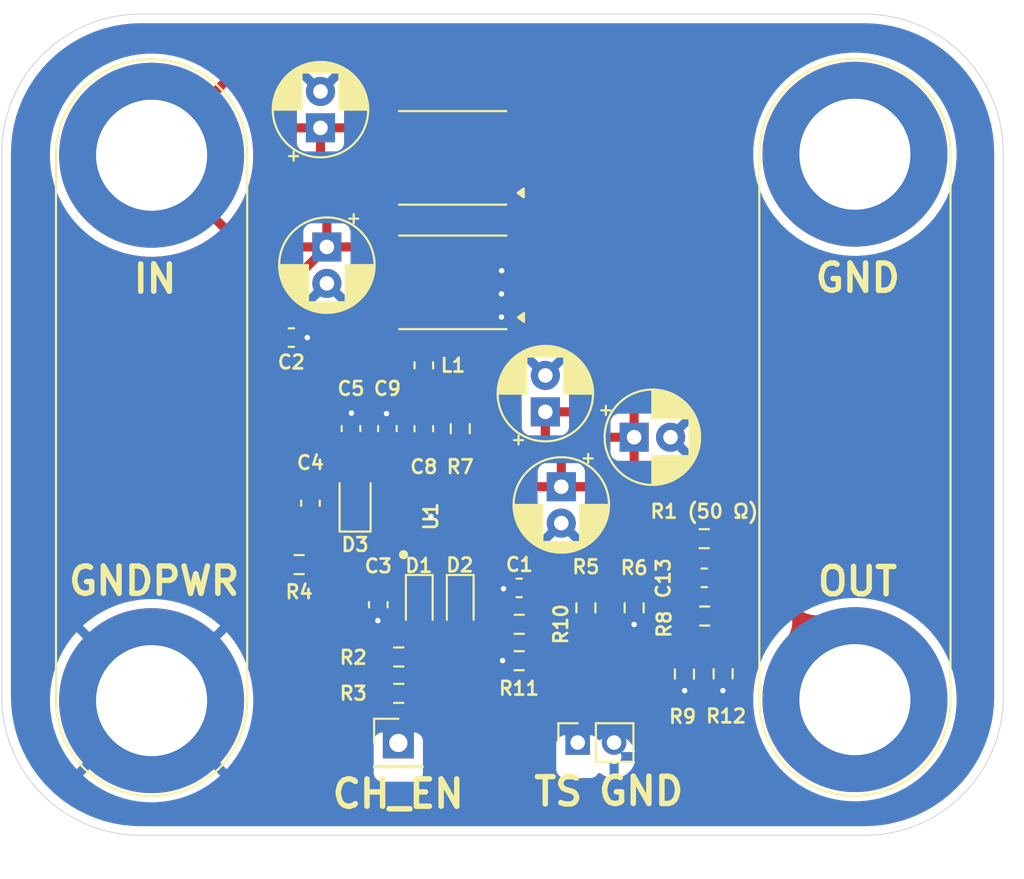
<source format=kicad_pcb>
(kicad_pcb (version 20241229) (generator "pcbnew") (generator_version "9.0")
  (layers (0 "F.Cu" signal) (2 "B.Cu" power) (13 "F.Paste" user) (15 "B.Paste" user) (5 "F.SilkS" user "F.Silkscreen") (7 "B.SilkS" user "B.Silkscreen") (1 "F.Mask" user) (3 "B.Mask" user) (25 "Edge.Cuts" user))
  (net 0 "")
  (net 1 "GNDPWR")
  (net 2 "/Input Buck/VREF")
  (net 3 "/Input Buck/VCC")
  (net 4 "/Input Buck/BTST")
  (net 5 "/Input Buck/PH")
  (net 6 "/Input Buck/REGN")
  (net 7 "/Input Buck/SRP")
  (net 8 "/Input Buck/SRN")
  (net 9 "/Input Buck/VFB")
  (net 10 "/Input Buck/STAT_D")
  (net 11 "/Input Buck/STAT")
  (net 12 "/Input Buck/~{PG}")
  (net 13 "/Input Buck/~{PG}_D")
  (net 14 "/Input Buck/TS")
  (net 15 "/Input Buck/HIDRV")
  (net 16 "/Input Buck/LODRV")
  (net 17 "/Input Buck/ISET")
  (net 18 "/Input Buck/CHARGE_EN")
  (net 19 "GND")
  (net 20 "/out")
  (net 21 "/Input Buck/IN")
  (footprint "Inductor_SMD:L_0603_1608Metric_Pad1.05x0.95mm_HandSolder" (layer "F.Cu") (at 124.375 53.5 -90)
    (property "Reference" "L1" (at 0 -1.6 180) (layer "F.SilkS") (effects (font (size 0.75 0.75))))
    (property "Value" "4.7u")
    (pad "1" smd roundrect (at -0.875 0 270) (size 1.05 0.95) (layers "F.Cu" "F.Mask" "F.Paste") (net 5 "/Input Buck/PH"))
    (pad "2" smd roundrect (at 0.875 0 270) (size 1.05 0.95) (layers "F.Cu" "F.Mask" "F.Paste") (net 7 "/Input Buck/SRP"))
  )
  (footprint "Resistor_SMD:R_0603_1608Metric_Pad0.98x0.95mm_HandSolder" (layer "F.Cu") (at 140.8125 70.45 -90)
    (property "Reference" "R12" (at 2.325 -0.1625 0) (layer "F.SilkS") (effects (font (size 0.75 0.75))))
    (property "Value" "1.05Meg")
    (pad "1" smd roundrect (at -0.9125 0 270) (size 0.975 0.95) (layers "F.Cu" "F.Mask" "F.Paste") (net 9 "/Input Buck/VFB"))
    (pad "2" smd roundrect (at 0.9125 0 270) (size 0.975 0.95) (layers "F.Cu" "F.Mask" "F.Paste") (net 1 "GNDPWR"))
  )
  (footprint "Resistor_SMD:R_0603_1608Metric_Pad0.98x0.95mm_HandSolder" (layer "F.Cu") (at 139.8 67.275)
    (property "Reference" "R8" (at -2.225 0.45 90) (layer "F.SilkS") (effects (font (size 0.75 0.75))))
    (property "Value" "200k")
    (pad "1" smd roundrect (at -0.9125 0) (size 0.975 0.95) (layers "F.Cu" "F.Mask" "F.Paste") (net 8 "/Input Buck/SRN"))
    (pad "2" smd roundrect (at 0.9125 0) (size 0.975 0.95) (layers "F.Cu" "F.Mask" "F.Paste") (net 9 "/Input Buck/VFB"))
  )
  (footprint "Package_SO:PowerPAK_SO-8_Single" (layer "F.Cu") (at 125.955 42.1 180)
    (property "Reference" "Q1" (hide yes))
    (property "Value" "RS1G120MNTB")
    (pad "1" smd rect (at -2.67 -1.905 180) (size 1.27 0.61) (layers "F.Cu" "F.Mask" "F.Paste") (net 5 "/Input Buck/PH"))
    (pad "2" smd rect (at -2.67 -0.635 180) (size 1.27 0.61) (layers "F.Cu" "F.Mask" "F.Paste") (net 5 "/Input Buck/PH"))
    (pad "3" smd rect (at -2.67 0.635 180) (size 1.27 0.61) (layers "F.Cu" "F.Mask" "F.Paste") (net 5 "/Input Buck/PH"))
    (pad "4" smd rect (at -2.67 1.905 180) (size 1.27 0.61) (layers "F.Cu" "F.Mask" "F.Paste") (net 15 "/Input Buck/HIDRV"))
    (pad "5" smd rect (at 0.69 0 180) (size 3.81 3.91) (layers "F.Cu" "F.Mask" "F.Paste") (net 21 "/Input Buck/IN"))
    (pad "5" smd rect (at 2.795 -1.905 180) (size 1.02 0.61) (layers "F.Cu" "F.Mask" "F.Paste") (net 21 "/Input Buck/IN"))
    (pad "5" smd rect (at 2.795 -0.635 180) (size 1.02 0.61) (layers "F.Cu" "F.Mask" "F.Paste") (net 21 "/Input Buck/IN"))
    (pad "5" smd rect (at 2.795 0.635 180) (size 1.02 0.61) (layers "F.Cu" "F.Mask" "F.Paste") (net 21 "/Input Buck/IN"))
    (pad "5" smd rect (at 2.795 1.905 180) (size 1.02 0.61) (layers "F.Cu" "F.Mask" "F.Paste") (net 21 "/Input Buck/IN"))
  )
  (footprint "Capacitor_SMD:C_0603_1608Metric_Pad1.08x0.95mm_HandSolder" (layer "F.Cu") (at 121.875 66.655112 -90)
    (property "Reference" "C3" (at -2.130112 0 180) (layer "F.SilkS") (effects (font (size 0.75 0.75))))
    (property "Value" "1u")
    (pad "1" smd roundrect (at -0.8625 0 270) (size 1.075 0.95) (layers "F.Cu" "F.Mask" "F.Paste") (net 3 "/Input Buck/VCC"))
    (pad "2" smd roundrect (at 0.8625 0 270) (size 1.075 0.95) (layers "F.Cu" "F.Mask" "F.Paste") (net 1 "GNDPWR"))
  )
  (footprint "LOGO" (layer "F.Cu") (at 136.1 41.95)
    (property "Reference" "G***" (hide yes))
    (property "Value" "LOGO" (hide yes))
    (fp_poly (pts (xy 0.174605 -4.83142) (xy 0.242715 -4.56736) (xy 0.274495 -4.281853) (xy 0.361728 -3.754368) (xy 0.52469 -3.338916) (xy 0.754206 -3.055154) (xy 0.886201 -2.971077) (xy 1.053137 -2.910983) (xy 1.244725 -2.893637) (xy 1.514087 -2.918024) (xy 1.748869 -2.954565) (xy 2.286427 -3.007388) (xy 2.722372 -2.958013) (xy 3.096169 -2.797892) (xy 3.350882 -2.60756) (xy 3.625533 -2.319488) (xy 3.848484 -1.973358) (xy 4.024918 -1.550214) (xy 4.16002 -1.031099) (xy 4.258974 -0.397058) (xy 4.326963 0.370867) (xy 4.362431 1.091255) (xy 4.3814 1.907413) (xy 4.377864 2.660933) (xy 4.353315 3.336196) (xy 4.309244 3.917585) (xy 4.247142 4.389479) (xy 4.168499 4.736261) (xy 4.074807 4.942313) (xy 3.989754 4.995333) (xy 3.906375 4.950392) (xy 3.704159 4.824867) (xy 3.404764 4.632696) (xy 3.029846 4.387822) (xy 2.601064 4.104187) (xy 2.477216 4.021666) (xy 2.032031 3.728693) (xy 1.628688 3.47102) (xy 1.290264 3.262765) (xy 1.039835 3.118045) (xy 0.900479 3.050978) (xy 0.885633 3.047999) (xy 0.763878 3.088585) (xy 0.530289 3.199096) (xy 0.21843 3.362665) (xy -0.138135 3.562426) (xy -0.138928 3.562884) (xy -0.741454 3.90181) (xy -1.282713 4.188836) (xy -1.74418 4.415061) (xy -2.10733 4.571584) (xy -2.353637 4.649502) (xy -2.415203 4.656666) (xy -2.651283 4.592624) (xy -2.953198 4.419793) (xy -3.288277 4.167115) (xy -3.623847 3.863531) (xy -3.927235 3.537985) (xy -4.165769 3.219417) (xy -4.282364 3.002697) (xy -4.405923 2.706979) (xy -3.59552 1.797989) (xy -3.365741 1.531437) (xy -2.032001 1.531437) (xy -2.015015 1.589333) (xy -1.949368 1.590925) (xy -1.813027 1.525587) (xy -1.583959 1.382697) (xy -1.240131 1.15163) (xy -1.230066 1.144763) (xy -0.91539 0.932365) (xy -0.700334 0.80157) (xy -0.544781 0.73834) (xy -0.408615 0.728633) (xy -0.251721 0.75841) (xy -0.179128 0.776948) (xy 0.072589 0.82733) (xy 0.265172 0.809126) (xy 0.489354 0.710241) (xy 0.544638 0.680443) (xy 0.897198 0.487849) (xy 1.346334 0.715444) (xy 1.79547 0.943038) (xy 1.739644 1.315316) (xy 1.683818 1.687593) (xy 2.484056 2.061547) (xy 2.919939 2.279942) (xy 3.200434 2.456001) (xy 3.332821 2.594423) (xy 3.341185 2.61475) (xy 3.458474 2.754634) (xy 3.641887 2.792758) (xy 3.818968 2.724674) (xy 3.88328 2.648019) (xy 3.921105 2.444824) (xy 3.819695 2.282814) (xy 3.609144 2.203592) (xy 3.560157 2.201333) (xy 3.373 2.167006) (xy 3.085402 2.0755) (xy 2.749038 1.944029) (xy 2.625446 1.889998) (xy 1.93462 1.578663) (xy 1.962143 1.191498) (xy 1.989666 0.804333) (xy 1.420891 0.532527) (xy 0.852117 0.260721) (xy 0.503152 0.458936) (xy 0.154187 0.657152) (xy -0.578478 0.455576) (xy -0.90365 0.366523) (xy -1.158194 0.297593) (xy -1.304683 0.258882) (xy -1.325587 0.253999) (xy -1.377057 0.32206) (xy -1.483684 0.498265) (xy -1.622259 0.740647) (xy -1.769576 1.007242) (xy -1.902429 1.256083) (xy -1.997609 1.445204) (xy -2.032001 1.531437) (xy -3.365741 1.531437) (xy -3.153998 1.285808) (xy -2.760912 0.7968) (xy -2.429989 0.350474) (xy -2.174957 -0.03366) (xy -2.009544 -0.336093) (xy -1.947478 -0.537315) (xy -1.947334 -0.544305) (xy -2.008278 -0.761807) (xy -2.199638 -0.914404) (xy -2.534206 -1.009667) (xy -2.785797 -1.040529) (xy -3.235245 -1.115838) (xy -3.554623 -1.265127) (xy -3.774307 -1.508232) (xy -3.891387 -1.762559) (xy -3.959862 -2.010357) (xy -3.969497 -2.248992) (xy -3.922424 -2.55872) (xy -3.913672 -2.601556) (xy -3.774287 -3.081112) (xy -3.56084 -3.587682) (xy -3.301896 -4.065076) (xy -3.026024 -4.457104) (xy -2.900831 -4.593759) (xy -2.701922 -4.774946) (xy -2.572833 -4.848248) (xy -2.470961 -4.832403) (xy -2.425125 -4.803002) (xy -2.346822 -4.724937) (xy -2.314901 -4.610907) (xy -2.325102 -4.415408) (xy -2.363958 -4.149635) (xy -2.414369 -3.570943) (xy -2.358091 -3.123534) (xy -2.19514 -2.807525) (xy -2.178921 -2.789448) (xy -2.033096 -2.671626) (xy -1.855042 -2.636446) (xy -1.647678 -2.654328) (xy -1.288219 -2.703598) (xy -1.256676 -2.078955) (xy -1.211578 -1.652122) (xy -1.112336 -1.352847) (xy -0.936754 -1.142398) (xy -0.662634 -0.982038) (xy -0.616554 -0.961982) (xy -0.415528 -0.906512) (xy -0.145111 -0.868485) (xy 0.147038 -0.849449) (xy 0.413255 -0.850952) (xy 0.605881 -0.874542) (xy 0.677333 -0.919958) (xy 0.599974 -0.962047) (xy 0.396814 -1.002847) (xy 0.111226 -1.03374) (xy 0.10069 -1.034507) (xy -0.362272 -1.099219) (xy -0.688746 -1.226473) (xy -0.904933 -1.431843) (xy -1.029974 -1.706587) (xy -1.078922 -2.070301) (xy -1.054806 -2.534879) (xy -0.969022 -3.054414) (xy -0.832965 -3.583004) (xy -0.658031 -4.074744) (xy -0.455616 -4.483729) (xy -0.281879 -4.720143) (xy -0.078282 -4.900399) (xy 0.070742 -4.939963)) (fill yes) (layer "F.Cu"))
  )
  (footprint "Resistor_SMD:R_0603_1608Metric_Pad0.98x0.95mm_HandSolder" (layer "F.Cu") (at 129.6125 67.730112 180)
    (property "Reference" "R10" (at -2.2875 0.005112 90) (layer "F.SilkS") (effects (font (size 0.75 0.75))))
    (property "Value" "2.74k")
    (pad "1" smd roundrect (at -0.9125 0 180) (size 0.975 0.95) (layers "F.Cu" "F.Mask" "F.Paste") (net 2 "/Input Buck/VREF"))
    (pad "2" smd roundrect (at 0.9125 0 180) (size 0.975 0.95) (layers "F.Cu" "F.Mask" "F.Paste") (net 14 "/Input Buck/TS"))
  )
  (footprint "Resistor_SMD:R_0603_1608Metric_Pad0.98x0.95mm_HandSolder" (layer "F.Cu") (at 123 71.525)
    (property "Reference" "R3" (at -2.5 0 0) (layer "F.SilkS") (effects (font (size 0.75 0.75))))
    (property "Value" "4.7k")
    (pad "1" smd roundrect (at -0.9125 0) (size 0.975 0.95) (layers "F.Cu" "F.Mask" "F.Paste") (net 21 "/Input Buck/IN"))
    (pad "2" smd roundrect (at 0.9125 0) (size 0.975 0.95) (layers "F.Cu" "F.Mask" "F.Paste") (net 13 "/Input Buck/~{PG}_D"))
  )
  (footprint "Capacitor_THT:CP_Radial_D5.0mm_P2.00mm" (layer "F.Cu") (at 118.7 40.45 90)
    (property "Reference" "C6" (hide yes))
    (property "Value" "10u")
    (pad "1" thru_hole rect (at 0 0 90) (size 1.6 1.6) (drill 0.8) (layers "*.Cu" "*.Mask") (net 21 "/Input Buck/IN"))
    (pad "2" thru_hole circle (at 2 0 90) (size 1.6 1.6) (drill 0.8) (layers "*.Cu" "*.Mask") (net 1 "GNDPWR"))
  )
  (footprint "Capacitor_THT:CP_Radial_D5.0mm_P2.00mm" (layer "F.Cu") (at 131.925 60.169888 -90)
    (property "Reference" "C12" (hide yes))
    (property "Value" "10u")
    (pad "1" thru_hole rect (at 0 0 270) (size 1.6 1.6) (drill 0.8) (layers "*.Cu" "*.Mask") (net 8 "/Input Buck/SRN"))
    (pad "2" thru_hole circle (at 2 0 270) (size 1.6 1.6) (drill 0.8) (layers "*.Cu" "*.Mask") (net 1 "GNDPWR"))
  )
  (footprint "LED_SMD:LED_0603_1608Metric_Pad1.05x0.95mm_HandSolder" (layer "F.Cu") (at 124.125 66.680112 -90)
    (property "Reference" "D1" (at -2.180112 0.025 0) (layer "F.SilkS") (effects (font (size 0.75 0.75))))
    (property "Value" "LTST-C193TBKT-5A")
    (pad "1" smd roundrect (at -0.875 0 270) (size 1.05 0.95) (layers "F.Cu" "F.Mask" "F.Paste") (net 11 "/Input Buck/STAT"))
    (pad "2" smd roundrect (at 0.875 0 270) (size 1.05 0.95) (layers "F.Cu" "F.Mask" "F.Paste") (net 10 "/Input Buck/STAT_D"))
  )
  (footprint "Connector:Banana_Jack_2Pin" (layer "F.Cu") (at 148.05 41.9 -90)
    (property "Reference" "J1" (hide yes))
    (property "Value" "Conn_01x02_Socket")
    (pad "1" thru_hole circle (at 0 0 270) (size 10.16 10.16) (drill 6.1) (layers "*.Cu" "*.Mask") (net 19 "GND"))
    (pad "2" thru_hole circle (at 29.97 0 270) (size 10.16 10.16) (drill 6.1) (layers "*.Cu" "*.Mask") (net 20 "/out"))
  )
  (footprint "Resistor_SMD:R_0603_1608Metric_Pad0.98x0.95mm_HandSolder" (layer "F.Cu") (at 133.275 66.825 90)
    (property "Reference" "R5" (at 2.25 0 0) (layer "F.SilkS") (effects (font (size 0.75 0.75))))
    (property "Value" "75k")
    (pad "1" smd roundrect (at -0.9125 0 90) (size 0.975 0.95) (layers "F.Cu" "F.Mask" "F.Paste") (net 2 "/Input Buck/VREF"))
    (pad "2" smd roundrect (at 0.9125 0 90) (size 0.975 0.95) (layers "F.Cu" "F.Mask" "F.Paste") (net 17 "/Input Buck/ISET"))
  )
  (footprint "LOGO" (layer "F.Cu") (at 136.1 41.95)
    (property "Reference" "G***" (hide yes))
    (property "Value" "LOGO" (hide yes))
  )
  (footprint "Connector_PinSocket_2.00mm:PinSocket_1x02_P2.00mm_Vertical" (layer "F.Cu") (at 132.825 74.225 90)
    (property "Reference" "J4" (hide yes))
    (property "Value" "Conn_01x02_Socket")
    (pad "1" thru_hole rect (at 0 0 90) (size 1.35 1.35) (drill 0.8) (layers "*.Cu" "*.Mask") (net 14 "/Input Buck/TS"))
    (pad "2" thru_hole oval (at 0 2 90) (size 1.35 1.35) (drill 0.8) (layers "*.Cu" "*.Mask") (net 1 "GNDPWR"))
  )
  (footprint "Diode_SMD:D_SOD-323F" (layer "F.Cu") (at 120.6 61.025 90)
    (property "Reference" "D3" (at -2.325 0 180) (layer "F.SilkS") (effects (font (size 0.75 0.75))))
    (property "Value" "BAT54J")
    (pad "1" smd roundrect (at -1.1 0 90) (size 0.5 0.5) (layers "F.Cu" "F.Mask" "F.Paste") (net 4 "/Input Buck/BTST"))
    (pad "2" smd roundrect (at 1.1 0 90) (size 0.5 0.5) (layers "F.Cu" "F.Mask" "F.Paste") (net 6 "/Input Buck/REGN"))
  )
  (footprint "Capacitor_SMD:C_0603_1608Metric_Pad1.08x0.95mm_HandSolder" (layer "F.Cu") (at 129.6125 65.730112 180)
    (property "Reference" "C1" (at -0.0125 1.280112 180) (layer "F.SilkS") (effects (font (size 0.75 0.75))))
    (property "Value" "1u")
    (pad "1" smd roundrect (at -0.8625 0 180) (size 1.075 0.95) (layers "F.Cu" "F.Mask" "F.Paste") (net 2 "/Input Buck/VREF"))
    (pad "2" smd roundrect (at 0.8625 0 180) (size 1.075 0.95) (layers "F.Cu" "F.Mask" "F.Paste") (net 1 "GNDPWR"))
  )
  (footprint "Capacitor_THT:CP_Radial_D5.0mm_P2.00mm" (layer "F.Cu") (at 119.05 46.994888 -90)
    (property "Reference" "C7" (hide yes))
    (property "Value" "10u")
    (pad "1" thru_hole rect (at 0 0 270) (size 1.6 1.6) (drill 0.8) (layers "*.Cu" "*.Mask") (net 21 "/Input Buck/IN"))
    (pad "2" thru_hole circle (at 2 0 270) (size 1.6 1.6) (drill 0.8) (layers "*.Cu" "*.Mask") (net 1 "GNDPWR"))
  )
  (footprint "Capacitor_SMD:C_0603_1608Metric_Pad1.08x0.95mm_HandSolder" (layer "F.Cu") (at 124.375 56.980112 -90)
    (property "Reference" "C8" (at 2.094888 0 0) (layer "F.SilkS") (effects (font (size 0.75 0.75))))
    (property "Value" "0.1u")
    (pad "1" smd roundrect (at -0.8625 0 270) (size 1.075 0.95) (layers "F.Cu" "F.Mask" "F.Paste") (net 7 "/Input Buck/SRP"))
    (pad "2" smd roundrect (at 0.8625 0 270) (size 1.075 0.95) (layers "F.Cu" "F.Mask" "F.Paste") (net 8 "/Input Buck/SRN"))
  )
  (footprint "Capacitor_THT:CP_Radial_D5.0mm_P2.00mm" (layer "F.Cu") (at 135.925 57.45)
    (property "Reference" "C10" (hide yes))
    (property "Value" "10u")
    (pad "1" thru_hole rect (at 0 0) (size 1.6 1.6) (drill 0.8) (layers "*.Cu" "*.Mask") (net 8 "/Input Buck/SRN"))
    (pad "2" thru_hole circle (at 2 0) (size 1.6 1.6) (drill 0.8) (layers "*.Cu" "*.Mask") (net 1 "GNDPWR"))
  )
  (footprint "Capacitor_SMD:C_0603_1608Metric_Pad1.08x0.95mm_HandSolder" (layer "F.Cu") (at 139.775 65.175)
    (property "Reference" "C13" (at -2.25 0.025 90) (layer "F.SilkS") (effects (font (size 0.75 0.75))))
    (property "Value" "1.3p")
    (pad "1" smd roundrect (at -0.8625 0) (size 1.075 0.95) (layers "F.Cu" "F.Mask" "F.Paste") (net 8 "/Input Buck/SRN"))
    (pad "2" smd roundrect (at 0.8625 0) (size 1.075 0.95) (layers "F.Cu" "F.Mask" "F.Paste") (net 9 "/Input Buck/VFB"))
  )
  (footprint "Capacitor_THT:CP_Radial_D5.0mm_P2.00mm" (layer "F.Cu") (at 131.05 56.055113 90)
    (property "Reference" "C11" (hide yes))
    (property "Value" "10u")
    (pad "1" thru_hole rect (at 0 0 90) (size 1.6 1.6) (drill 0.8) (layers "*.Cu" "*.Mask") (net 8 "/Input Buck/SRN"))
    (pad "2" thru_hole circle (at 2 0 90) (size 1.6 1.6) (drill 0.8) (layers "*.Cu" "*.Mask") (net 1 "GNDPWR"))
  )
  (footprint "Resistor_SMD:R_0603_1608Metric_Pad0.98x0.95mm_HandSolder" (layer "F.Cu") (at 139.775 63.025 180)
    (property "Reference" "R1 (50 Ω)" (at 0 1.5 180) (layer "F.SilkS") (effects (font (size 0.75 0.75))))
    (property "Value" "50")
    (pad "1" smd roundrect (at -0.9125 0 180) (size 0.975 0.95) (layers "F.Cu" "F.Mask" "F.Paste") (net 20 "/out"))
    (pad "2" smd roundrect (at 0.9125 0 180) (size 0.975 0.95) (layers "F.Cu" "F.Mask" "F.Paste") (net 8 "/Input Buck/SRN"))
  )
  (footprint "Capacitor_SMD:C_0603_1608Metric_Pad1.08x0.95mm_HandSolder" (layer "F.Cu") (at 122.375 56.975 90)
    (property "Reference" "C9" (at 2.2 0 180) (layer "F.SilkS") (effects (font (size 0.75 0.75))))
    (property "Value" "0.1u")
    (pad "1" smd roundrect (at -0.8625 0 90) (size 1.075 0.95) (layers "F.Cu" "F.Mask" "F.Paste") (net 7 "/Input Buck/SRP"))
    (pad "2" smd roundrect (at 0.8625 0 90) (size 1.075 0.95) (layers "F.Cu" "F.Mask" "F.Paste") (net 1 "GNDPWR"))
  )
  (footprint "! Robomaster ICs:QFN50P350X350X100-17N-D" (layer "F.Cu") (at 124.7625 61.805112 90)
    (property "Reference" "U1" (at 0 0 90) (layer "F.SilkS") (effects (font (size 0.75 0.75))))
    (property "Value" "BQ24640" (hide yes))
    (pad "1" smd rect (at -1.7 -0.75 180) (size 0.3 0.8) (layers "F.Cu" "F.Mask" "F.Paste") (net 3 "/Input Buck/VCC"))
    (pad "2" smd rect (at -1.7 -0.25 180) (size 0.3 0.8) (layers "F.Cu" "F.Mask" "F.Paste") (net 18 "/Input Buck/CHARGE_EN"))
    (pad "3" smd rect (at -1.7 0.25 180) (size 0.3 0.8) (layers "F.Cu" "F.Mask" "F.Paste") (net 11 "/Input Buck/STAT"))
    (pad "4" smd rect (at -1.7 0.75 180) (size 0.3 0.8) (layers "F.Cu" "F.Mask" "F.Paste") (net 14 "/Input Buck/TS"))
    (pad "5" smd rect (at -0.75 1.7 90) (size 0.3 0.8) (layers "F.Cu" "F.Mask" "F.Paste") (net 12 "/Input Buck/~{PG}"))
    (pad "6" smd rect (at -0.25 1.7 90) (size 0.3 0.8) (layers "F.Cu" "F.Mask" "F.Paste") (net 2 "/Input Buck/VREF"))
    (pad "7" smd rect (at 0.25 1.7 90) (size 0.3 0.8) (layers "F.Cu" "F.Mask" "F.Paste") (net 17 "/Input Buck/ISET"))
    (pad "8" smd rect (at 0.75 1.7 90) (size 0.3 0.8) (layers "F.Cu" "F.Mask" "F.Paste") (net 9 "/Input Buck/VFB"))
    (pad "9" smd rect (at 1.7 0.75 180) (size 0.3 0.8) (layers "F.Cu" "F.Mask" "F.Paste") (net 8 "/Input Buck/SRN"))
    (pad "10" smd rect (at 1.7 0.25 180) (size 0.3 0.8) (layers "F.Cu" "F.Mask" "F.Paste") (net 7 "/Input Buck/SRP"))
    (pad "11" smd rect (at 1.7 -0.25 180) (size 0.3 0.8) (layers "F.Cu" "F.Mask" "F.Paste") (net 1 "GNDPWR"))
    (pad "12" smd rect (at 1.7 -0.75 180) (size 0.3 0.8) (layers "F.Cu" "F.Mask" "F.Paste") (net 6 "/Input Buck/REGN"))
    (pad "13" smd rect (at 0.75 -1.7 90) (size 0.3 0.8) (layers "F.Cu" "F.Mask" "F.Paste") (net 16 "/Input Buck/LODRV"))
    (pad "14" smd rect (at 0.25 -1.7 90) (size 0.3 0.8) (layers "F.Cu" "F.Mask" "F.Paste") (net 5 "/Input Buck/PH"))
    (pad "15" smd rect (at -0.25 -1.7 90) (size 0.3 0.8) (layers "F.Cu" "F.Mask" "F.Paste") (net 15 "/Input Buck/HIDRV"))
    (pad "16" smd rect (at -0.75 -1.7 90) (size 0.3 0.8) (layers "F.Cu" "F.Mask" "F.Paste") (net 4 "/Input Buck/BTST"))
    (pad "17" smd rect (at 0 0 90) (size 2.24 2.24) (layers "F.Cu" "F.Mask" "F.Paste") (net 1 "GNDPWR"))
  )
  (footprint "Resistor_SMD:R_0603_1608Metric_Pad0.98x0.95mm_HandSolder" (layer "F.Cu") (at 123 69.525)
    (property "Reference" "R2" (at -2.5 0.025 0) (layer "F.SilkS") (effects (font (size 0.75 0.75))))
    (property "Value" "4.7k")
    (pad "1" smd roundrect (at -0.9125 0) (size 0.975 0.95) (layers "F.Cu" "F.Mask" "F.Paste") (net 21 "/Input Buck/IN"))
    (pad "2" smd roundrect (at 0.9125 0) (size 0.975 0.95) (layers "F.Cu" "F.Mask" "F.Paste") (net 10 "/Input Buck/STAT_D"))
  )
  (footprint "Capacitor_SMD:C_0603_1608Metric_Pad1.08x0.95mm_HandSolder" (layer "F.Cu") (at 118.15 61.075 90)
    (property "Reference" "C4" (at 2.225 0 180) (layer "F.SilkS") (effects (font (size 0.75 0.75))))
    (property "Value" "0.1u")
    (pad "1" smd roundrect (at -0.8625 0 90) (size 1.075 0.95) (layers "F.Cu" "F.Mask" "F.Paste") (net 4 "/Input Buck/BTST"))
    (pad "2" smd roundrect (at 0.8625 0 90) (size 1.075 0.95) (layers "F.Cu" "F.Mask" "F.Paste") (net 5 "/Input Buck/PH"))
  )
  (footprint "Resistor_SMD:R_0603_1608Metric_Pad0.98x0.95mm_HandSolder" (layer "F.Cu") (at 129.6125 69.730112 180)
    (property "Reference" "R11" (at 0.0125 -1.519888 0) (layer "F.SilkS") (effects (font (size 0.75 0.75))))
    (property "Value" "9.53k")
    (pad "1" smd roundrect (at -0.9125 0 180) (size 0.975 0.95) (layers "F.Cu" "F.Mask" "F.Paste") (net 14 "/Input Buck/TS"))
    (pad "2" smd roundrect (at 0.9125 0 180) (size 0.975 0.95) (layers "F.Cu" "F.Mask" "F.Paste") (net 1 "GNDPWR"))
  )
  (footprint "LED_SMD:LED_0603_1608Metric_Pad1.05x0.95mm_HandSolder" (layer "F.Cu") (at 126.375 66.680112 -90)
    (property "Reference" "D2" (at -2.205112 0.025 0) (layer "F.SilkS") (effects (font (size 0.75 0.75))))
    (property "Value" "LTST-C193KSKT-5A")
    (pad "1" smd roundrect (at -0.875 0 270) (size 1.05 0.95) (layers "F.Cu" "F.Mask" "F.Paste") (net 12 "/Input Buck/~{PG}"))
    (pad "2" smd roundrect (at 0.875 0 270) (size 1.05 0.95) (layers "F.Cu" "F.Mask" "F.Paste") (net 13 "/Input Buck/~{PG}_D"))
  )
  (footprint "Capacitor_SMD:C_0603_1608Metric_Pad1.08x0.95mm_HandSolder" (layer "F.Cu") (at 120.375 56.975 90)
    (property "Reference" "C5" (at 2.2 0 180) (layer "F.SilkS") (effects (font (size 0.75 0.75))))
    (property "Value" "1u")
    (pad "1" smd roundrect (at -0.8625 0 90) (size 1.075 0.95) (layers "F.Cu" "F.Mask" "F.Paste") (net 6 "/Input Buck/REGN"))
    (pad "2" smd roundrect (at 0.8625 0 90) (size 1.075 0.95) (layers "F.Cu" "F.Mask" "F.Paste") (net 1 "GNDPWR"))
  )
  (footprint "Resistor_SMD:R_0603_1608Metric_Pad0.98x0.95mm_HandSolder" (layer "F.Cu") (at 138.6875 70.4625 -90)
    (property "Reference" "R9" (at 2.3375 0.1 0) (layer "F.SilkS") (effects (font (size 0.75 0.75))))
    (property "Value" "280k")
    (pad "1" smd roundrect (at -0.9125 0 270) (size 0.975 0.95) (layers "F.Cu" "F.Mask" "F.Paste") (net 9 "/Input Buck/VFB"))
    (pad "2" smd roundrect (at 0.9125 0 270) (size 0.975 0.95) (layers "F.Cu" "F.Mask" "F.Paste") (net 1 "GNDPWR"))
  )
  (footprint "Connector:Banana_Jack_2Pin" (layer "F.Cu") (at 109.425 71.925 90)
    (property "Reference" "J2" (hide yes))
    (property "Value" "Conn_01x02_Socket")
    (pad "1" thru_hole circle (at 0 0 90) (size 10.16 10.16) (drill 6.1) (layers "*.Cu" "*.Mask") (net 1 "GNDPWR"))
    (pad "2" thru_hole circle (at 29.97 0 90) (size 10.16 10.16) (drill 6.1) (layers "*.Cu" "*.Mask") (net 21 "/Input Buck/IN"))
  )
  (footprint "Resistor_SMD:R_0603_1608Metric_Pad0.98x0.95mm_HandSolder" (layer "F.Cu") (at 117.525 64.45)
    (property "Reference" "R4" (at 0 1.5 0) (layer "F.SilkS") (effects (font (size 0.75 0.75))))
    (property "Value" "6.8")
    (pad "1" smd roundrect (at -0.9125 0) (size 0.975 0.95) (layers "F.Cu" "F.Mask" "F.Paste") (net 21 "/Input Buck/IN"))
    (pad "2" smd roundrect (at 0.9125 0) (size 0.975 0.95) (layers "F.Cu" "F.Mask" "F.Paste") (net 3 "/Input Buck/VCC"))
  )
  (footprint "Connector_PinHeader_2.54mm:PinHeader_1x01_P2.54mm_Vertical" (layer "F.Cu") (at 122.975 74.25)
    (property "Reference" "J3" (hide yes))
    (property "Value" "Conn_01x01_Pin")
    (pad "1" thru_hole rect (at 0 0) (size 1.7 1.7) (drill 1) (layers "*.Cu" "*.Mask") (net 18 "/Input Buck/CHARGE_EN"))
  )
  (footprint "Capacitor_SMD:C_0603_1608Metric_Pad1.08x0.95mm_HandSolder" (layer "F.Cu") (at 117.1 51.975)
    (property "Reference" "C2" (at 0 1.35 180) (layer "F.SilkS") (effects (font (size 0.75 0.75))))
    (property "Value" "2.2u")
    (pad "1" smd roundrect (at -0.8625 0) (size 1.075 0.95) (layers "F.Cu" "F.Mask" "F.Paste") (net 21 "/Input Buck/IN"))
    (pad "2" smd roundrect (at 0.8625 0) (size 1.075 0.95) (layers "F.Cu" "F.Mask" "F.Paste") (net 1 "GNDPWR"))
  )
  (footprint "Resistor_SMD:R_0603_1608Metric_Pad0.98x0.95mm_HandSolder" (layer "F.Cu") (at 126.375 56.980112 90)
    (property "Reference" "R7" (at -2.094888 0 0) (layer "F.SilkS") (effects (font (size 0.75 0.75))))
    (property "Value" "10m")
    (pad "1" smd roundrect (at -0.9125 0 90) (size 0.975 0.95) (layers "F.Cu" "F.Mask" "F.Paste") (net 8 "/Input Buck/SRN"))
    (pad "2" smd roundrect (at 0.9125 0 90) (size 0.975 0.95) (layers "F.Cu" "F.Mask" "F.Paste") (net 7 "/Input Buck/SRP"))
  )
  (footprint "Resistor_SMD:R_0603_1608Metric_Pad0.98x0.95mm_HandSolder" (layer "F.Cu") (at 135.925 66.825 -90)
    (property "Reference" "R6" (at -2.2 -0.001 180) (layer "F.SilkS") (effects (font (size 0.75 0.75))))
    (property "Value" "24k")
    (pad "1" smd roundrect (at -0.9125 0 270) (size 0.975 0.95) (layers "F.Cu" "F.Mask" "F.Paste") (net 17 "/Input Buck/ISET"))
    (pad "2" smd roundrect (at 0.9125 0 270) (size 0.975 0.95) (layers "F.Cu" "F.Mask" "F.Paste") (net 1 "GNDPWR"))
  )
  (footprint "Package_SO:PowerPAK_SO-8_Single" (layer "F.Cu") (at 125.97 48.94 180)
    (property "Reference" "Q2" (hide yes))
    (property "Value" "RS1G120MNTB")
    (pad "1" smd rect (at -2.67 -1.905 180) (size 1.27 0.61) (layers "F.Cu" "F.Mask" "F.Paste") (net 1 "GNDPWR"))
    (pad "2" smd rect (at -2.67 -0.635 180) (size 1.27 0.61) (layers "F.Cu" "F.Mask" "F.Paste") (net 1 "GNDPWR"))
    (pad "3" smd rect (at -2.67 0.635 180) (size 1.27 0.61) (layers "F.Cu" "F.Mask" "F.Paste") (net 1 "GNDPWR"))
    (pad "4" smd rect (at -2.67 1.905 180) (size 1.27 0.61) (layers "F.Cu" "F.Mask" "F.Paste") (net 16 "/Input Buck/LODRV"))
    (pad "5" smd rect (at 0.69 0 180) (size 3.81 3.91) (layers "F.Cu" "F.Mask" "F.Paste") (net 5 "/Input Buck/PH"))
    (pad "5" smd rect (at 2.795 -1.905 180) (size 1.02 0.61) (layers "F.Cu" "F.Mask" "F.Paste") (net 5 "/Input Buck/PH"))
    (pad "5" smd rect (at 2.795 -0.635 180) (size 1.02 0.61) (layers "F.Cu" "F.Mask" "F.Paste") (net 5 "/Input Buck/PH"))
    (pad "5" smd rect (at 2.795 0.635 180) (size 1.02 0.61) (layers "F.Cu" "F.Mask" "F.Paste") (net 5 "/Input Buck/PH"))
    (pad "5" smd rect (at 2.795 1.905 180) (size 1.02 0.61) (layers "F.Cu" "F.Mask" "F.Paste") (net 5 "/Input Buck/PH"))
  )
  (gr_arc (start 148.58 34.2) (mid 153.968154 36.431846) (end 156.2 41.82) (stroke (width 0.05)) (layer "Edge.Cuts"))
  (gr_arc (start 108.82 79.325) (mid 103.431846 77.093154) (end 101.2 71.705) (stroke (width 0.05)) (layer "Edge.Cuts"))
  (gr_line (start 156.2 41.82) (end 156.2 71.705) (stroke (width 0.05)) (layer "Edge.Cuts"))
  (gr_arc (start 156.2 71.705) (mid 153.968154 77.093154) (end 148.58 79.325) (stroke (width 0.05)) (layer "Edge.Cuts"))
  (gr_arc (start 101.2 41.82) (mid 103.431846 36.431846) (end 108.82 34.2) (stroke (width 0.05)) (layer "Edge.Cuts"))
  (gr_line (start 101.2 71.705) (end 101.2 41.82) (stroke (width 0.05)) (layer "Edge.Cuts"))
  (gr_line (start 108.82 34.2) (end 148.58 34.2) (stroke (width 0.05)) (layer "Edge.Cuts"))
  (gr_line (start 148.58 79.325) (end 108.82 79.325) (stroke (width 0.05)) (layer "Edge.Cuts"))
  (gr_text "Robomasters\nInput Buck Rev I" (at 132.4 50.175 0) (layer "F.Cu") (effects (font (size 1.016 1.016) (thickness 0.0635) (bold yes)) (justify left bottom)))
  (gr_text "IN" (at 108.275 49.625 0) (layer "F.SilkS") (effects (font (size 1.5 1.5) (thickness 0.3) (bold yes)) (justify left bottom)))
  (gr_text "GND" (at 145.725 49.575 0) (layer "F.SilkS") (effects (font (size 1.5 1.5) (thickness 0.3) (bold yes)) (justify left bottom)))
  (gr_text "GNDPWR" (at 104.725 66.225 0) (layer "F.SilkS") (effects (font (size 1.5 1.5) (thickness 0.3) (bold yes)) (justify left bottom)))
  (gr_text "CH_EN" (at 119.2 77.925 0) (layer "F.SilkS") (effects (font (size 1.5 1.5) (thickness 0.3) (bold yes)) (justify left bottom)))
  (gr_text "TS" (at 130.275 77.8 0) (layer "F.SilkS") (effects (font (size 1.5 1.5) (thickness 0.3) (bold yes)) (justify left bottom)))
  (gr_text "OUT" (at 145.85 66.25 0) (layer "F.SilkS") (effects (font (size 1.5 1.5) (thickness 0.3) (bold yes)) (justify left bottom)))
  (gr_text "GND" (at 133.825 77.775 0) (layer "F.SilkS") (effects (font (size 1.5 1.5) (thickness 0.3) (bold yes)) (justify left bottom)))
  (segment (start 120.3875 56.1125) (end 120.4 56.125) (width 0.25) (layer "F.Cu") (net 1))
  (segment (start 121.875 67.517612) (end 121.857388 67.517612) (width 0.5) (layer "F.Cu") (net 1))
  (segment (start 140.8125 71.3625) (end 140.8 71.375) (width 0.25) (layer "F.Cu") (net 1))
  (segment (start 128.75 65.730112) (end 128.75 65.775) (width 0.25) (layer "F.Cu") (net 1))
  (segment (start 122.3625 56.1125) (end 122.325 56.15) (width 0.25) (layer "F.Cu") (net 1))
  (segment (start 124.5125 61.555112) (end 124.7625 61.805112) (width 0.25) (layer "F.Cu") (net 1))
  (segment (start 117.9625 51.975) (end 117.975 51.975) (width 0.5) (layer "F.Cu") (net 1))
  (segment (start 122.375 56.1125) (end 122.3625 56.1125) (width 0.25) (layer "F.Cu") (net 1))
  (segment (start 128.645 48.305) (end 128.65 48.3) (width 0.25) (layer "F.Cu") (net 1))
  (segment (start 138.6875 71.375) (end 138.7 71.375) (width 0.25) (layer "F.Cu") (net 1))
  (segment (start 120.375 56.1125) (end 120.3875 56.1125) (width 0.25) (layer "F.Cu") (net 1))
  (segment (start 124.5125 60.105112) (end 124.5125 61.555112) (width 0.25) (layer "F.Cu") (net 1))
  (segment (start 121.857388 67.517612) (end 121.85 67.525) (width 0.5) (layer "F.Cu") (net 1))
  (segment (start 128.64 48.305) (end 128.645 48.305) (width 0.25) (layer "F.Cu") (net 1))
  (segment (start 128.7 69.730112) (end 128.7 69.725) (width 0.25) (layer "F.Cu") (net 1))
  (via (at 121.85 67.525) (size 0.6) (drill 0.3) (layers "F.Cu" "B.Cu") (net 1))
  (via (at 128.7 69.725) (size 0.6) (drill 0.3) (layers "F.Cu" "B.Cu") (net 1))
  (via (at 124.7625 61.805112) (size 0.6) (drill 0.3) (layers "F.Cu" "B.Cu") (net 1))
  (via (at 122.325 56.15) (size 0.6) (drill 0.3) (layers "F.Cu" "B.Cu") (net 1))
  (via (at 120.4 56.125) (size 0.6) (drill 0.3) (layers "F.Cu" "B.Cu") (net 1))
  (via (at 138.7 71.375) (size 0.6) (drill 0.3) (layers "F.Cu" "B.Cu") (net 1))
  (via (at 117.975 51.975) (size 0.6) (drill 0.3) (layers "F.Cu" "B.Cu") (net 1))
  (via (at 128.64 49.575) (size 0.6) (drill 0.3) (layers "F.Cu" "B.Cu") (net 1))
  (via (at 128.65 48.3) (size 0.6) (drill 0.3) (layers "F.Cu" "B.Cu") (net 1))
  (via (at 135.925 67.7375) (size 0.6) (drill 0.3) (layers "F.Cu" "B.Cu") (net 1))
  (via (at 128.75 65.775) (size 0.6) (drill 0.3) (layers "F.Cu" "B.Cu") (net 1))
  (via (at 128.64 50.845) (size 0.6) (drill 0.3) (layers "F.Cu" "B.Cu") (net 1))
  (via (at 140.8 71.375) (size 0.6) (drill 0.3) (layers "F.Cu" "B.Cu") (net 1))
  (segment (start 130.525 67.730112) (end 130.525 67.505112) (width 0.25) (layer "F.Cu") (net 2))
  (segment (start 127.455112 62.055112) (end 126.4625 62.055112) (width 0.25) (layer "F.Cu") (net 2))
  (segment (start 130.532388 67.7375) (end 130.525 67.730112) (width 0.25) (layer "F.Cu") (net 2))
  (segment (start 130.475 65.075) (end 127.455112 62.055112) (width 0.25) (layer "F.Cu") (net 2))
  (segment (start 130.475 65.730112) (end 130.475 67.680112) (width 0.25) (layer "F.Cu") (net 2))
  (segment (start 130.475 65.730112) (end 130.475 65.075) (width 0.25) (layer "F.Cu") (net 2))
  (segment (start 130.475 67.680112) (end 130.525 67.730112) (width 0.25) (layer "F.Cu") (net 2))
  (segment (start 133.275 67.7375) (end 130.532388 67.7375) (width 0.25) (layer "F.Cu") (net 2))
  (segment (start 122.144888 63.505112) (end 121.875 63.775) (width 0.25) (layer "F.Cu") (net 3))
  (segment (start 121.875 63.775) (end 121.875 65.792612) (width 0.25) (layer "F.Cu") (net 3))
  (segment (start 118.4375 64.4625) (end 119.767612 65.792612) (width 0.5) (layer "F.Cu") (net 3))
  (segment (start 119.767612 65.792612) (end 121.875 65.792612) (width 0.5) (layer "F.Cu") (net 3))
  (segment (start 118.4375 64.45) (end 118.4375 64.4625) (width 0.5) (layer "F.Cu") (net 3))
  (segment (start 124.0125 63.505112) (end 122.144888 63.505112) (width 0.25) (layer "F.Cu") (net 3))
  (segment (start 123.0625 62.555112) (end 121.030112 62.555112) (width 0.25) (layer "F.Cu") (net 4))
  (segment (start 120.4125 61.9375) (end 120.6 62.125) (width 0.25) (layer "F.Cu") (net 4))
  (segment (start 121.030112 62.555112) (end 120.6 62.125) (width 0.25) (layer "F.Cu") (net 4))
  (segment (start 118.15 61.9375) (end 120.4125 61.9375) (width 0.25) (layer "F.Cu") (net 4))
  (segment (start 128.625 45.225) (end 125.28 48.57) (width 0.5) (layer "F.Cu") (net 5))
  (segment (start 122.055112 61.555112) (end 121.475 60.975) (width 0.25) (layer "F.Cu") (net 5))
  (segment (start 123.175 48.305) (end 124.645 48.305) (width 0.5) (layer "F.Cu") (net 5))
  (segment (start 125.28 48.57) (end 125.28 48.94) (width 0.5) (layer "F.Cu") (net 5))
  (segment (start 123.375 50.845) (end 125.28 48.94) (width 0.5) (layer "F.Cu") (net 5))
  (segment (start 123.3 48.305) (end 123.3 48.31) (width 0.2) (layer "F.Cu") (net 5))
  (segment (start 119.143588 60.975) (end 118.381088 60.2125) (width 0.25) (layer "F.Cu") (net 5))
  (segment (start 124.645 48.305) (end 125.28 48.94) (width 0.5) (layer "F.Cu") (net 5))
  (segment (start 123.175 49.575) (end 124.645 49.575) (width 0.5) (layer "F.Cu") (net 5))
  (segment (start 123.175 47.035) (end 123.375 47.035) (width 0.5) (layer "F.Cu") (net 5))
  (segment (start 125.28 48.94) (end 125.28 51.72) (width 0.5) (layer "F.Cu") (net 5))
  (segment (start 123.175 50.845) (end 123.375 50.845) (width 0.5) (layer "F.Cu") (net 5))
  (segment (start 118.15 54.9) (end 118.15 60.2125) (width 0.5) (layer "F.Cu") (net 5))
  (segment (start 124.375 52.625) (end 120.425 52.625) (width 0.5) (layer "F.Cu") (net 5))
  (segment (start 128.625 42.735) (end 128.625 44.005) (width 0.5) (layer "F.Cu") (net 5))
  (segment (start 124.645 49.575) (end 125.28 48.94) (width 0.5) (layer "F.Cu") (net 5))
  (segment (start 126.485 50.459888) (end 126.775 50.749888) (width 0.2) (layer "F.Cu") (net 5))
  (segment (start 121.475 60.975) (end 119.143588 60.975) (width 0.25) (layer "F.Cu") (net 5))
  (segment (start 123.375 47.035) (end 125.28 48.94) (width 0.5) (layer "F.Cu") (net 5))
  (segment (start 128.625 41.465) (end 128.625 42.735) (width 0.5) (layer "F.Cu") (net 5))
  (segment (start 118.381088 60.2125) (end 118.15 60.2125) (width 0.25) (layer "F.Cu") (net 5))
  (segment (start 128.625 44.005) (end 128.625 45.225) (width 0.5) (layer "F.Cu") (net 5))
  (segment (start 123.0625 61.555112) (end 123.0385 61.531112) (width 0.25) (layer "F.Cu") (net 5))
  (segment (start 125.28 51.72) (end 124.375 52.625) (width 0.5) (layer "F.Cu") (net 5))
  (segment (start 123.0625 61.555112) (end 122.055112 61.555112) (width 0.25) (layer "F.Cu") (net 5))
  (segment (start 120.425 52.625) (end 118.15 54.9) (width 0.5) (layer "F.Cu") (net 5))
  (segment (start 123.3 49.575) (end 123.3 49.585) (width 0.2) (layer "F.Cu") (net 5))
  (segment (start 123.789776 59.925) (end 120.6 59.925) (width 0.25) (layer "F.Cu") (net 6))
  (segment (start 120.375 57.8375) (end 120.375 59.7) (width 0.25) (layer "F.Cu") (net 6))
  (segment (start 120.375 59.7) (end 120.6 59.925) (width 0.25) (layer "F.Cu") (net 6))
  (segment (start 123.969888 60.105112) (end 123.789776 59.925) (width 0.25) (layer "F.Cu") (net 6))
  (segment (start 124.0125 60.105112) (end 123.969888 60.105112) (width 0.25) (layer "F.Cu") (net 6))
  (segment (start 124.575 55.917612) (end 124.375 56.117612) (width 0.2) (layer "F.Cu") (net 7))
  (segment (start 122.655112 57.8375) (end 122.655112 57.544888) (width 0.25) (layer "F.Cu") (net 7))
  (segment (start 124.375 56.117612) (end 124.094888 56.117612) (width 0.2) (layer "F.Cu") (net 7))
  (segment (start 122.655112 57.544888) (end 124.082388 56.117612) (width 0.25) (layer "F.Cu") (net 7))
  (segment (start 124.4125 56.080112) (end 124.375 56.117612) (width 0.25) (layer "F.Cu") (net 7))
  (segment (start 125.0125 59.5375) (end 124.3 58.825) (width 0.25) (layer "F.Cu") (net 7))
  (segment (start 123.3625 58.825) (end 122.375 57.8375) (width 0.25) (layer "F.Cu") (net 7))
  (segment (start 124.082388 56.117612) (end 124.375 56.117612) (width 0.25) (layer "F.Cu") (net 7))
  (segment (start 122.375 57.8375) (end 122.655112 57.8375) (width 0.2) (layer "F.Cu") (net 7))
  (segment (start 125.0125 60.105112) (end 125.0125 59.5375) (width 0.25) (layer "F.Cu") (net 7))
  (segment (start 124.3 58.825) (end 123.3625 58.825) (width 0.25) (layer "F.Cu") (net 7))
  (segment (start 122.375 57.8375) (end 122.375 57.7125) (width 0.2) (layer "F.Cu") (net 7))
  (segment (start 124.375 56.117612) (end 124.0625 56.117612) (width 0.2) (layer "F.Cu") (net 7))
  (segment (start 126.375 56.067612) (end 124.425 56.067612) (width 0.25) (layer "F.Cu") (net 7))
  (segment (start 124.425 56.067612) (end 124.375 56.117612) (width 0.25) (layer "F.Cu") (net 7))
  (segment (start 124.375 56.117612) (end 124.375 54.375) (width 0.2) (layer "F.Cu") (net 7))
  (segment (start 138.8625 65.125) (end 138.9125 65.175) (width 0.5) (layer "F.Cu") (net 8))
  (segment (start 138.8625 63.025) (end 138.525 63.025) (width 0.5) (layer "F.Cu") (net 8))
  (segment (start 138.525 63.025) (end 135.669888 60.169888) (width 0.5) (layer "F.Cu") (net 8))
  (segment (start 138.9125 67.25) (end 138.8875 67.275) (width 0.5) (layer "F.Cu") (net 8))
  (segment (start 130.707388 57.892612) (end 126.375 57.892612) (width 0.5) (layer "F.Cu") (net 8))
  (segment (start 131.05 57.55) (end 130.707388 57.892612) (width 0.5) (layer "F.Cu") (net 8))
  (segment (start 124.375 57.842612) (end 126.325 57.842612) (width 0.5) (layer "F.Cu") (net 8))
  (segment (start 138.9125 65.175) (end 138.9125 67.25) (width 0.5) (layer "F.Cu") (net 8))
  (segment (start 126.325 57.842612) (end 126.375 57.892612) (width 0.5) (layer "F.Cu") (net 8))
  (segment (start 125.5125 58.980112) (end 124.375 57.842612) (width 0.25) (layer "F.Cu") (net 8))
  (segment (start 138.8625 63.025) (end 138.8625 65.125) (width 0.5) (layer "F.Cu") (net 8))
  (segment (start 125.5125 60.105112) (end 125.5125 58.980112) (width 0.25) (layer "F.Cu") (net 8))
  (segment (start 135.669888 60.169888) (end 131.925 60.169888) (width 0.5) (layer "F.Cu") (net 8))
  (segment (start 131.05 56.055113) (end 131.05 57.55) (width 0.5) (layer "F.Cu") (net 8))
  (segment (start 138.6875 69.55) (end 140.8 69.55) (width 0.25) (layer "F.Cu") (net 9))
  (segment (start 140.7125 69.4375) (end 140.8125 69.5375) (width 0.25) (layer "F.Cu") (net 9))
  (segment (start 137.55 68.4125) (end 138.6875 69.55) (width 0.25) (layer "F.Cu") (net 9))
  (segment (start 128.780112 61.055112) (end 131.95 64.225) (width 0.25) (layer "F.Cu") (net 9))
  (segment (start 140.8 69.55) (end 140.8125 69.5375) (width 0.25) (layer "F.Cu") (net 9))
  (segment (start 140.7125 67.275) (end 140.7125 69.4375) (width 0.25) (layer "F.Cu") (net 9))
  (segment (start 136.6 64.225) (end 137.55 65.175) (width 0.25) (layer "F.Cu") (net 9))
  (segment (start 140.6375 65.175) (end 140.6375 67.2) (width 0.25) (layer "F.Cu") (net 9))
  (segment (start 131.95 64.225) (end 136.6 64.225) (width 0.25) (layer "F.Cu") (net 9))
  (segment (start 140.6375 67.2) (end 140.7125 67.275) (width 0.25) (layer "F.Cu") (net 9))
  (segment (start 126.4625 61.055112) (end 128.780112 61.055112) (width 0.25) (layer "F.Cu") (net 9))
  (segment (start 137.55 65.175) (end 137.55 68.4125) (width 0.25) (layer "F.Cu") (net 9))
  (segment (start 123.9125 69.525) (end 123.9125 67.767612) (width 0.25) (layer "F.Cu") (net 10))
  (segment (start 124.125 69.5625) (end 124.0875 69.6) (width 0.25) (layer "F.Cu") (net 10))
  (segment (start 123.9125 67.767612) (end 124.125 67.555112) (width 0.25) (layer "F.Cu") (net 10))
  (segment (start 124.125 65.805112) (end 125.0125 64.917612) (width 0.25) (layer "F.Cu") (net 11))
  (segment (start 125.0125 64.917612) (end 125.0125 63.505112) (width 0.25) (layer "F.Cu") (net 11))
  (segment (start 126.375 65.805112) (end 126.375 62.642612) (width 0.25) (layer "F.Cu") (net 12))
  (segment (start 126.375 62.642612) (end 126.4625 62.555112) (width 0.25) (layer "F.Cu") (net 12))
  (segment (start 126.375 69.0625) (end 126.375 67.555112) (width 0.25) (layer "F.Cu") (net 13))
  (segment (start 126.425 67.605112) (end 126.375 67.555112) (width 0.25) (layer "F.Cu") (net 13))
  (segment (start 123.9125 71.525) (end 126.375 69.0625) (width 0.25) (layer "F.Cu") (net 13))
  (segment (start 128.7 67.905112) (end 130.525 69.730112) (width 0.25) (layer "F.Cu") (net 14))
  (segment (start 125.5125 63.505112) (end 125.5125 66.4125) (width 0.25) (layer "F.Cu") (net 14))
  (segment (start 132.825 72.030112) (end 130.525 69.730112) (width 0.25) (layer "F.Cu") (net 14))
  (segment (start 125.5125 66.4125) (end 125.775 66.675) (width 0.25) (layer "F.Cu") (net 14))
  (segment (start 127.644888 66.675) (end 128.7 67.730112) (width 0.25) (layer "F.Cu") (net 14))
  (segment (start 132.825 74.225) (end 132.825 72.030112) (width 0.25) (layer "F.Cu") (net 14))
  (segment (start 128.7 67.730112) (end 128.7 67.905112) (width 0.25) (layer "F.Cu") (net 14))
  (segment (start 128.605112 67.730112) (end 128.7 67.730112) (width 0.25) (layer "F.Cu") (net 14))
  (segment (start 125.775 66.675) (end 127.644888 66.675) (width 0.25) (layer "F.Cu") (net 14))
  (segment (start 126.675 45.75) (end 122.475 45.75) (width 0.2) (layer "F.Cu") (net 15))
  (segment (start 118.6 61.075) (end 118.975 61.45) (width 0.2) (layer "F.Cu") (net 15))
  (segment (start 128.353 40.195) (end 127.65 40.898) (width 0.2) (layer "F.Cu") (net 15))
  (segment (start 117.475 61.075) (end 118.6 61.075) (width 0.2) (layer "F.Cu") (net 15))
  (segment (start 117.125 54.35) (end 117.125 60.725) (width 0.2) (layer "F.Cu") (net 15))
  (segment (start 122.475 45.75) (end 121.925 46.3) (width 0.2) (layer "F.Cu") (net 15))
  (segment (start 127.65 44.775) (end 126.675 45.75) (width 0.2) (layer "F.Cu") (net 15))
  (segment (start 120.780918 61.45) (end 121.38603 62.055112) (width 0.2) (layer "F.Cu") (net 15))
  (segment (start 127.65 40.898) (end 127.65 44.775) (width 0.2) (layer "F.Cu") (net 15))
  (segment (start 121.925 46.3) (end 121.925 49.55) (width 0.2) (layer "F.Cu") (net 15))
  (segment (start 128.625 40.195) (end 128.353 40.195) (width 0.2) (layer "F.Cu") (net 15))
  (segment (start 117.125 60.725) (end 117.475 61.075) (width 0.2) (layer "F.Cu") (net 15))
  (segment (start 121.38603 62.055112) (end 123.0625 62.055112) (width 0.2) (layer "F.Cu") (net 15))
  (segment (start 121.925 49.55) (end 117.125 54.35) (width 0.2) (layer "F.Cu") (net 15))
  (segment (start 118.975 61.45) (end 120.780918 61.45) (width 0.2) (layer "F.Cu") (net 15))
  (segment (start 130.225 47.6) (end 129.66 47.035) (width 0.2) (layer "F.Cu") (net 16))
  (segment (start 122.557388 60.55) (end 120.225 60.55) (width 0.2) (layer "F.Cu") (net 16))
  (segment (start 119.35 59.675) (end 119.35 55.3) (width 0.2) (layer "F.Cu") (net 16))
  (segment (start 120.225 60.55) (end 119.35 59.675) (width 0.2) (layer "F.Cu") (net 16))
  (segment (start 119.35 55.3) (end 121.15 53.5) (width 0.2) (layer "F.Cu") (net 16))
  (segment (start 121.15 53.5) (end 128.4 53.5) (width 0.2) (layer "F.Cu") (net 16))
  (segment (start 123.0625 61.055112) (end 122.557388 60.55) (width 0.2) (layer "F.Cu") (net 16))
  (segment (start 130.225 51.675) (end 130.225 47.6) (width 0.25) (layer "F.Cu") (net 16))
  (segment (start 129.66 47.035) (end 128.64 47.035) (width 0.2) (layer "F.Cu") (net 16))
  (segment (start 128.4 53.5) (end 130.225 51.675) (width 0.2) (layer "F.Cu") (net 16))
  (segment (start 135.925 65.9125) (end 133.275 65.9125) (width 0.25) (layer "F.Cu") (net 17))
  (segment (start 133.275 65.9125) (end 132.4375 65.9125) (width 0.25) (layer "F.Cu") (net 17))
  (segment (start 132.4375 65.9125) (end 128.080112 61.555112) (width 0.25) (layer "F.Cu") (net 17))
  (segment (start 128.080112 61.555112) (end 126.4625 61.555112) (width 0.25) (layer "F.Cu") (net 17))
  (segment (start 122.975 74.25) (end 122.975 65.626622) (width 0.25) (layer "F.Cu") (net 18))
  (segment (start 122.975 65.626622) (end 124.5125 64.089122) (width 0.25) (layer "F.Cu") (net 18))
  (segment (start 124.5125 64.089122) (end 124.5125 63.505112) (width 0.25) (layer "F.Cu") (net 18))
  (segment (start 148.05 70.3875) (end 148.05 71.87) (width 0.5) (layer "F.Cu") (net 20))
  (segment (start 140.6875 63.025) (end 148.05 70.3875) (width 0.5) (layer "F.Cu") (net 20))
  (segment (start 148.05 71.87) (end 148.05 71.425) (width 0.2) (layer "F.Cu") (net 20))
  (segment (start 148.05 71.425) (end 147.125 70.5) (width 0.2) (layer "F.Cu") (net 20))
  (segment (start 116.2375 51.975) (end 116.2375 64.075) (width 0.5) (layer "F.Cu") (net 21))
  (segment (start 122.0875 69.525) (end 122.0875 71.525) (width 0.25) (layer "F.Cu") (net 21))
  (segment (start 116.2375 64.075) (end 116.6125 64.45) (width 0.5) (layer "F.Cu") (net 21))
  (segment (start 119.05 46.994888) (end 116.2375 49.807388) (width 0.5) (layer "F.Cu") (net 21))
  (segment (start 124.515 42.754888) (end 125.09 43.329888) (width 0.2) (layer "F.Cu") (net 21))
  (segment (start 117.0125 64.45) (end 116.6125 64.45) (width 0.25) (layer "F.Cu") (net 21))
  (segment (start 116.2375 49.807388) (end 116.2375 51.975) (width 0.5) (layer "F.Cu") (net 21))
  (segment (start 122.0875 69.525) (end 117.0125 64.45) (width 0.25) (layer "F.Cu") (net 21))
  (zone (net 21) (net_name "/Input Buck/IN") (layer "F.Cu") (connect_pads (clearance 0.5)) (min_thickness 0.25) (fill yes (thermal_gap 0.5) (thermal_bridge_width 0.5))
    (polygon (pts (xy 126.85 39.55) (xy 121.3875 39.5125) (xy 116.75 39.5) (xy 112.5826 36.633519) (xy 107.125 36.6) (xy 103.88879 41.751344) (xy 103.902514 44.353235) (xy 108 48.05) (xy 120.089604 47.954807) (xy 121.025 46.960947) (xy 121.025 45.133334) (xy 122.019732 43.972814) (xy 126.825 43.925) (xy 127.523954 43.075) (xy 127.510336 40.161491)))
  )
  (zone (net 8) (net_name "/Input Buck/SRN") (layer "F.Cu") (priority 3) (connect_pads (clearance 0.5)) (min_thickness 0.25) (fill yes (thermal_gap 0.5) (thermal_bridge_width 0.5))
    (polygon (pts (xy 127.825 57.982131) (xy 127.825 57.85) (xy 130.702146 54.972854) (xy 135.345266 54.990245) (xy 136.825 56.319497) (xy 136.825 61.009161) (xy 136.553738 61.208367) (xy 131.576333 61.19756)))
  )
  (zone (net 1) (net_name "GNDPWR") (layer "B.Cu") (priority 1) (connect_pads (clearance 0.5)) (min_thickness 0.25) (fill yes (thermal_gap 0.5) (thermal_bridge_width 0.5))
    (polygon (pts (xy 101.1 33.475) (xy 101.2 80.125) (xy 157.3 80.125) (xy 157.35 33.425)))
  )
)
</source>
